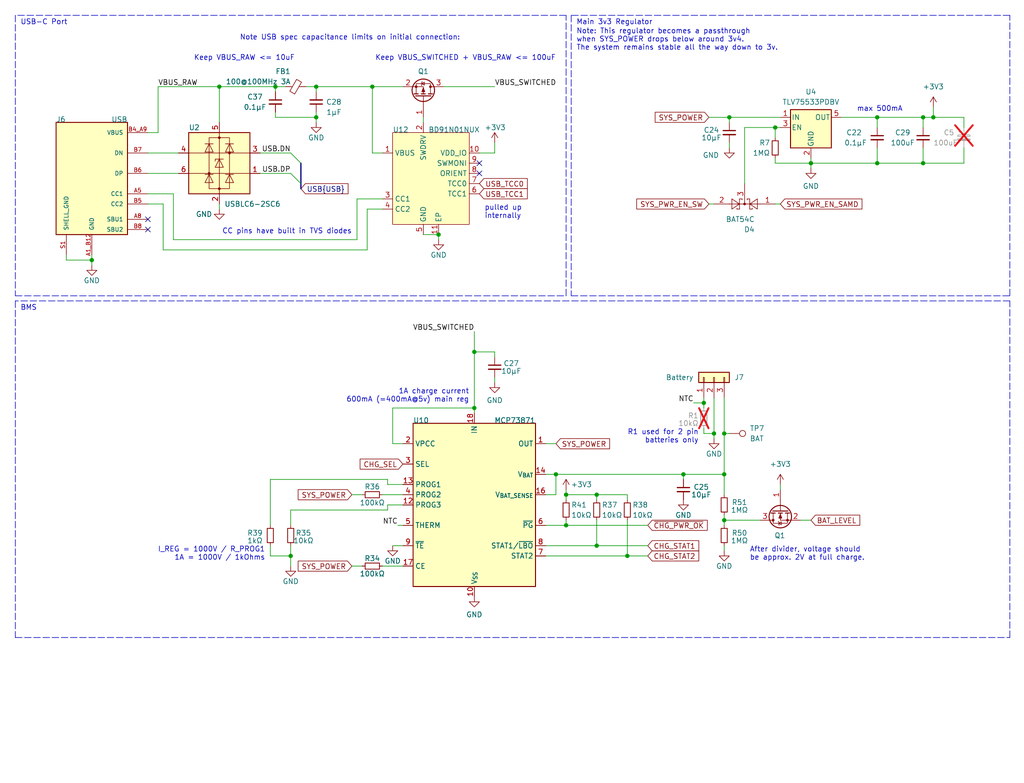
<source format=kicad_sch>
(kicad_sch (version 20230121) (generator eeschema)
  (paper "User" 254.991 194.996)
  (title_block (title "TANGARA") (date "2023-12-21") (rev "4") (company "made by jacqueline") (comment 1 "SPDX-License-Identifier: CERN-OHL-S-2.0"))
  (lib_symbols
    (symbol "Battery_Management:MCP73871"
      (property "Reference" "U" (at -7.62 24.13 0))
      (property "Value" "MCP73871" (at -15.24 21.59 0))
      (symbol "MCP73871_0_1"
        (rectangle (start -15.24 20.32) (end 15.24 -20.32) (stroke (width 0.254)) (fill (type background)))
      )
      (symbol "MCP73871_1_1"
        (pin power_out line (at 17.78 15.24 180) (length 2.54) (name "OUT") (number "1"))
        (pin power_in line (at 0 -22.86 90) (length 2.54) (name "V_{SS}") (number "10"))
        (pin passive line (at 0 -22.86 90) (length 2.54) hide (name "V_{SS}") (number "11"))
        (pin bidirectional line (at -17.78 0 0) (length 2.54) (name "PROG3") (number "12"))
        (pin bidirectional line (at -17.78 5.08 0) (length 2.54) (name "PROG1") (number "13"))
        (pin power_out line (at 17.78 7.62 180) (length 2.54) (name "V_{BAT}") (number "14"))
        (pin passive line (at 17.78 7.62 180) (length 2.54) hide (name "V_{BAT}") (number "15"))
        (pin input line (at 17.78 2.54 180) (length 2.54) (name "V_{BAT_SENSE}") (number "16"))
        (pin input line (at -17.78 -15.24 0) (length 2.54) (name "CE") (number "17"))
        (pin power_in line (at 0 22.86 270) (length 2.54) (name "IN") (number "18"))
        (pin passive line (at 0 22.86 270) (length 2.54) hide (name "IN") (number "19"))
        (pin input line (at -17.78 15.24 0) (length 2.54) (name "VPCC") (number "2"))
        (pin passive line (at 17.78 15.24 180) (length 2.54) hide (name "OUT") (number "20"))
        (pin passive line (at 0 -22.86 90) (length 2.54) hide (name "V_{SS}") (number "21"))
        (pin input line (at -17.78 10.16 0) (length 2.54) (name "SEL") (number "3"))
        (pin input line (at -17.78 2.54 0) (length 2.54) (name "PROG2") (number "4"))
        (pin bidirectional line (at -17.78 -5.08 0) (length 2.54) (name "THERM") (number "5"))
        (pin open_collector line (at 17.78 -5.08 180) (length 2.54) (name "~{PG}") (number "6"))
        (pin open_collector line (at 17.78 -12.7 180) (length 2.54) (name "STAT2") (number "7"))
        (pin open_collector line (at 17.78 -10.16 180) (length 2.54) (name "STAT1/~{LBO}") (number "8"))
        (pin input line (at -17.78 -10.16 0) (length 2.54) (name "~{TE}") (number "9"))
      )
    )
    (symbol "Connector:TestPoint" (pin_numbers hide) (pin_names (offset 0.762) hide)
      (property "Reference" "TP" (at 0 6.858 0))
      (property "Value" "TestPoint" (at 0 5.08 0))
      (symbol "TestPoint_0_1"
        (circle (center 0 3.302) (radius 0.762))
      )
      (symbol "TestPoint_1_1"
        (pin passive line (at 0 0 90) (length 2.54) (name "1") (number "1"))
      )
    )
    (symbol "Connector_Generic:Conn_01x03" (pin_names (offset 1.016) hide)
      (property "Reference" "J" (at 0 5.08 0))
      (property "Value" "Conn_01x03" (at 0 -5.08 0))
      (symbol "Conn_01x03_1_1"
        (rectangle (start -1.27 -2.413) (end 0 -2.667) (stroke (width 0.1524)))
        (rectangle (start -1.27 0.127) (end 0 -0.127) (stroke (width 0.1524)))
        (rectangle (start -1.27 2.667) (end 0 2.413) (stroke (width 0.1524)))
        (rectangle (start -1.27 3.81) (end 1.27 -3.81) (stroke (width 0.254)) (fill (type background)))
        (pin passive line (at -5.08 2.54 0) (length 3.81) (name "Pin_1") (number "1"))
        (pin passive line (at -5.08 0 0) (length 3.81) (name "Pin_2") (number "2"))
        (pin passive line (at -5.08 -2.54 0) (length 3.81) (name "Pin_3") (number "3"))
      )
    )
    (symbol "Device:C_Polarized_Small" (pin_numbers hide) (pin_names (offset 0.254) hide)
      (property "Reference" "C" (at 0.254 1.778 0))
      (property "Value" "C_Polarized_Small" (at 0.254 -2.032 0))
      (symbol "C_Polarized_Small_0_1"
        (rectangle (start -1.524 -0.3048) (end 1.524 -0.6858) (fill (type outline)))
        (rectangle (start -1.524 0.6858) (end 1.524 0.3048))
        (polyline (pts (xy -1.27 1.524) (xy -0.762 1.524)))
        (polyline (pts (xy -1.016 1.27) (xy -1.016 1.778)))
      )
      (symbol "C_Polarized_Small_1_1"
        (pin passive line (at 0 2.54 270) (length 1.8542) (name "~") (number "1"))
        (pin passive line (at 0 -2.54 90) (length 1.8542) (name "~") (number "2"))
      )
    )
    (symbol "Device:C_Small" (pin_numbers hide) (pin_names (offset 0.254) hide)
      (property "Reference" "C" (at 0.254 1.778 0))
      (property "Value" "C_Small" (at 0.254 -2.032 0))
      (symbol "C_Small_0_1"
        (polyline (pts (xy -1.524 -0.508) (xy 1.524 -0.508)) (stroke (width 0.3302)))
        (polyline (pts (xy -1.524 0.508) (xy 1.524 0.508)) (stroke (width 0.3048)))
      )
      (symbol "C_Small_1_1"
        (pin passive line (at 0 2.54 270) (length 2.032) (name "~") (number "1"))
        (pin passive line (at 0 -2.54 90) (length 2.032) (name "~") (number "2"))
      )
    )
    (symbol "Device:Ferrite_Bead_Small" (pin_numbers hide) (pin_names (offset 0))
      (property "Reference" "FB" (at 1.905 1.27 0))
      (property "Value" "Device_Ferrite_Bead_Small" (at 1.905 -1.27 0))
      (symbol "Ferrite_Bead_Small_0_1"
        (polyline (pts (xy 0 -1.27) (xy 0 -0.7874)))
        (polyline (pts (xy 0 0.889) (xy 0 1.2954)))
        (polyline (pts (xy -1.8288 0.2794) (xy -1.1176 1.4986) (xy 1.8288 -0.2032) (xy 1.1176 -1.4224) (xy -1.8288 0.2794)))
      )
      (symbol "Ferrite_Bead_Small_1_1"
        (pin passive line (at 0 2.54 270) (length 1.27) (name "~") (number "1"))
        (pin passive line (at 0 -2.54 90) (length 1.27) (name "~") (number "2"))
      )
    )
    (symbol "Device:Q_NMOS_GSD" (pin_names (offset 0) hide)
      (property "Reference" "Q" (at 5.08 1.27 0))
      (property "Value" "Q_NMOS_GSD" (at 5.08 -1.27 0))
      (symbol "Q_NMOS_GSD_0_1"
        (polyline (pts (xy 0.254 0) (xy -2.54 0)))
        (polyline (pts (xy 0.254 1.905) (xy 0.254 -1.905)) (stroke (width 0.254)))
        (polyline (pts (xy 0.762 -1.27) (xy 0.762 -2.286)) (stroke (width 0.254)))
        (polyline (pts (xy 0.762 0.508) (xy 0.762 -0.508)) (stroke (width 0.254)))
        (polyline (pts (xy 0.762 2.286) (xy 0.762 1.27)) (stroke (width 0.254)))
        (polyline (pts (xy 2.54 2.54) (xy 2.54 1.778)))
        (polyline (pts (xy 2.54 -2.54) (xy 2.54 0) (xy 0.762 0)))
        (polyline (pts (xy 0.762 -1.778) (xy 3.302 -1.778) (xy 3.302 1.778) (xy 0.762 1.778)))
        (polyline (pts (xy 1.016 0) (xy 2.032 0.381) (xy 2.032 -0.381) (xy 1.016 0)) (fill (type outline)))
        (polyline (pts (xy 2.794 0.508) (xy 2.921 0.381) (xy 3.683 0.381) (xy 3.81 0.254)))
        (polyline (pts (xy 3.302 0.381) (xy 2.921 -0.254) (xy 3.683 -0.254) (xy 3.302 0.381)))
        (circle (center 1.651 0) (radius 2.794) (stroke (width 0.254)))
        (circle (center 2.54 -1.778) (radius 0.254) (fill (type outline)))
        (circle (center 2.54 1.778) (radius 0.254) (fill (type outline)))
      )
      (symbol "Q_NMOS_GSD_1_1"
        (pin input line (at -5.08 0 0) (length 2.54) (name "G") (number "1"))
        (pin passive line (at 2.54 -5.08 90) (length 2.54) (name "S") (number "2"))
        (pin passive line (at 2.54 5.08 270) (length 2.54) (name "D") (number "3"))
      )
    )
    (symbol "Device:Q_PMOS_GSD" (pin_names (offset 0) hide)
      (property "Reference" "Q" (at 5.08 1.27 0))
      (property "Value" "Q_PMOS_GSD" (at 5.08 -1.27 0))
      (symbol "Q_PMOS_GSD_0_1"
        (polyline (pts (xy 0.254 0) (xy -2.54 0)))
        (polyline (pts (xy 0.254 1.905) (xy 0.254 -1.905)) (stroke (width 0.254)))
        (polyline (pts (xy 0.762 -1.27) (xy 0.762 -2.286)) (stroke (width 0.254)))
        (polyline (pts (xy 0.762 0.508) (xy 0.762 -0.508)) (stroke (width 0.254)))
        (polyline (pts (xy 0.762 2.286) (xy 0.762 1.27)) (stroke (width 0.254)))
        (polyline (pts (xy 2.54 2.54) (xy 2.54 1.778)))
        (polyline (pts (xy 2.54 -2.54) (xy 2.54 0) (xy 0.762 0)))
        (polyline (pts (xy 0.762 1.778) (xy 3.302 1.778) (xy 3.302 -1.778) (xy 0.762 -1.778)))
        (polyline (pts (xy 2.286 0) (xy 1.27 0.381) (xy 1.27 -0.381) (xy 2.286 0)) (fill (type outline)))
        (polyline (pts (xy 2.794 -0.508) (xy 2.921 -0.381) (xy 3.683 -0.381) (xy 3.81 -0.254)))
        (polyline (pts (xy 3.302 -0.381) (xy 2.921 0.254) (xy 3.683 0.254) (xy 3.302 -0.381)))
        (circle (center 1.651 0) (radius 2.794) (stroke (width 0.254)))
        (circle (center 2.54 -1.778) (radius 0.254) (fill (type outline)))
        (circle (center 2.54 1.778) (radius 0.254) (fill (type outline)))
      )
      (symbol "Q_PMOS_GSD_1_1"
        (pin input line (at -5.08 0 0) (length 2.54) (name "G") (number "1"))
        (pin passive line (at 2.54 -5.08 90) (length 2.54) (name "S") (number "2"))
        (pin passive line (at 2.54 5.08 270) (length 2.54) (name "D") (number "3"))
      )
    )
    (symbol "Device:R_Small" (pin_numbers hide) (pin_names (offset 0.254) hide)
      (property "Reference" "R" (at 0.762 0.508 0))
      (property "Value" "R_Small" (at 0.762 -1.016 0))
      (symbol "R_Small_0_1"
        (rectangle (start -0.762 1.778) (end 0.762 -1.778) (stroke (width 0.2032)))
      )
      (symbol "R_Small_1_1"
        (pin passive line (at 0 2.54 270) (length 0.762) (name "~") (number "1"))
        (pin passive line (at 0 -2.54 90) (length 0.762) (name "~") (number "2"))
      )
    )
    (symbol "Diode:BAT54C" (pin_names (offset 1.016))
      (property "Reference" "D" (at 0.635 -3.81 0))
      (property "Value" "BAT54C" (at -6.35 3.175 0))
      (symbol "BAT54C_0_1"
        (polyline (pts (xy -1.905 0) (xy 1.905 0)))
        (polyline (pts (xy -1.905 1.27) (xy -1.905 1.016)))
        (polyline (pts (xy -1.27 -1.27) (xy -0.635 -1.27)))
        (polyline (pts (xy -1.27 0) (xy -3.81 0)))
        (polyline (pts (xy -1.27 1.27) (xy -1.905 1.27)))
        (polyline (pts (xy -1.27 1.27) (xy -1.27 -1.27)))
        (polyline (pts (xy -0.635 -1.27) (xy -0.635 -1.016)))
        (polyline (pts (xy 0.635 -1.27) (xy 0.635 -1.016)))
        (polyline (pts (xy 1.27 -1.27) (xy 0.635 -1.27)))
        (polyline (pts (xy 1.27 1.27) (xy 1.27 -1.27)))
        (polyline (pts (xy 1.27 1.27) (xy 1.905 1.27)))
        (polyline (pts (xy 1.905 1.27) (xy 1.905 1.016)))
        (polyline (pts (xy 3.81 0) (xy 1.27 0)))
        (polyline (pts (xy -3.175 -1.27) (xy -3.175 1.27) (xy -1.27 0) (xy -3.175 -1.27)))
        (polyline (pts (xy 3.175 -1.27) (xy 3.175 1.27) (xy 1.27 0) (xy 3.175 -1.27)))
        (circle (center 0 0) (radius 0.254) (fill (type outline)))
      )
      (symbol "BAT54C_1_1"
        (pin passive line (at -7.62 0 0) (length 3.81) (name "~") (number "1"))
        (pin passive line (at 7.62 0 180) (length 3.81) (name "~") (number "2"))
        (pin passive line (at 0 -5.08 90) (length 5.08) (name "~") (number "3"))
      )
    )
    (symbol "Power_Protection:USBLC6-2SC6" (pin_names hide)
      (property "Reference" "U2" (at -7.62 8.89 0))
      (property "Value" "USBLC6-2SC6" (at 1.27 -10.16 0))
      (symbol "USBLC6-2SC6_0_1"
        (rectangle (start -7.62 7.62) (end 7.62 -7.62) (stroke (width 0.254)) (fill (type background)))
        (circle (center -2.54 -2.54) (radius 0.254) (fill (type outline)))
        (rectangle (start -2.54 6.35) (end 2.54 -6.35))
        (circle (center 0 -6.35) (radius 0.254) (fill (type outline)))
        (polyline (pts (xy -7.62 -2.54) (xy 7.62 -2.54)))
        (polyline (pts (xy -1.524 -2.794) (xy -3.556 -2.794)))
        (polyline (pts (xy -1.524 4.826) (xy -3.556 4.826)))
        (polyline (pts (xy 0 -7.62) (xy 0 -6.35)))
        (polyline (pts (xy 0 -6.35) (xy 0 1.27)))
        (polyline (pts (xy 0 1.27) (xy 0 6.35)))
        (polyline (pts (xy 0 6.35) (xy 0 7.62)))
        (polyline (pts (xy 1.524 -2.794) (xy 3.556 -2.794)))
        (polyline (pts (xy 1.524 4.826) (xy 3.556 4.826)))
        (polyline (pts (xy 7.62 2.54) (xy -7.62 2.54)))
        (polyline (pts (xy -3.556 -4.826) (xy -1.524 -4.826) (xy -2.54 -2.794) (xy -3.556 -4.826)))
        (polyline (pts (xy -3.556 2.794) (xy -1.524 2.794) (xy -2.54 4.826) (xy -3.556 2.794)))
        (polyline (pts (xy -1.016 -1.016) (xy 1.016 -1.016) (xy 0 1.016) (xy -1.016 -1.016)))
        (polyline (pts (xy 1.016 1.016) (xy 0.762 1.016) (xy -1.016 1.016) (xy -1.016 0.508)))
        (polyline (pts (xy 3.556 -4.826) (xy 1.524 -4.826) (xy 2.54 -2.794) (xy 3.556 -4.826)))
        (polyline (pts (xy 3.556 2.794) (xy 1.524 2.794) (xy 2.54 4.826) (xy 3.556 2.794)))
        (circle (center 0 6.35) (radius 0.254) (fill (type outline)))
        (circle (center 2.54 2.54) (radius 0.254) (fill (type outline)))
      )
      (symbol "USBLC6-2SC6_1_1"
        (pin passive line (at 10.16 -2.54 180) (length 2.54) (name "I/O1") (number "1"))
        (pin passive line (at 0 -10.16 90) (length 2.54) (name "GND") (number "2"))
        (pin passive line (at 10.16 2.54 180) (length 2.54) (name "I/O2") (number "3"))
        (pin passive line (at -10.16 2.54 0) (length 2.54) (name "I/O2") (number "4"))
        (pin passive line (at 0 10.16 270) (length 2.54) (name "VBUS") (number "5"))
        (pin passive line (at -10.16 -2.54 0) (length 2.54) (name "I/O1") (number "6"))
      )
    )
    (symbol "Regulator_Linear:TLV75533PDBV" (pin_names (offset 0.254))
      (property "Reference" "U" (at -3.81 5.715 0))
      (property "Value" "TLV75533PDBV" (at 0 5.715 0))
      (symbol "TLV75533PDBV_0_1"
        (rectangle (start -5.08 4.445) (end 5.08 -5.08) (stroke (width 0.254)) (fill (type background)))
      )
      (symbol "TLV75533PDBV_1_1"
        (pin power_in line (at -7.62 2.54 0) (length 2.54) (name "IN") (number "1"))
        (pin power_in line (at 0 -7.62 90) (length 2.54) (name "GND") (number "2"))
        (pin input line (at -7.62 0 0) (length 2.54) (name "EN") (number "3"))
        (pin no_connect line (at 5.08 0 180) (length 2.54) hide (name "NC") (number "4"))
        (pin power_out line (at 7.62 2.54 180) (length 2.54) (name "OUT") (number "5"))
      )
    )
    (symbol "power:+3V3" (power) (pin_names (offset 0))
      (property "Value" "+3V3" (at 0 3.556 0))
      (symbol "+3V3_0_1"
        (polyline (pts (xy -0.762 1.27) (xy 0 2.54)))
        (polyline (pts (xy 0 0) (xy 0 2.54)))
        (polyline (pts (xy 0 2.54) (xy 0.762 1.27)))
      )
      (symbol "+3V3_1_1"
        (pin power_in line (at 0 0 90) (length 0) hide (name "+3V3") (number "1"))
      )
    )
    (symbol "power:GND" (power) (pin_names (offset 0))
      (property "Value" "GND" (at 0 -3.81 0))
      (symbol "GND_0_1"
        (polyline (pts (xy 0 0) (xy 0 -1.27) (xy 1.27 -1.27) (xy 0 -2.54) (xy -1.27 -1.27) (xy 0 -1.27)))
      )
      (symbol "GND_1_1"
        (pin power_in line (at 0 0 270) (length 0) hide (name "GND") (number "1"))
      )
    )
    (symbol "symbols:BD91N01NUX"
      (property "Reference" "U" (at 0 13.97 0))
      (property "Value" "BD91N01NUX" (at 5.08 16.51 0))
      (symbol "BD91N01NUX_0_1"
        (rectangle (start -12.7 12.7) (end 6.35 -10.16) (fill (type background)))
      )
      (symbol "BD91N01NUX_1_1"
        (pin power_in line (at -15.24 7.62 0) (length 2.54) (name "VBUS") (number "1"))
        (pin power_in line (at 8.89 7.62 180) (length 2.54) (name "VDD_IO") (number "10"))
        (pin power_in line (at -1.27 -12.7 90) (length 2.54) (name "EP") (number "11"))
        (pin output line (at -5.08 15.24 270) (length 2.54) (name "SWDRV") (number "2"))
        (pin input line (at -15.24 -3.81 0) (length 2.54) (name "CC1") (number "3"))
        (pin input line (at -15.24 -6.35 0) (length 2.54) (name "CC2") (number "4"))
        (pin power_in line (at -5.08 -12.7 90) (length 2.54) (name "GND") (number "5"))
        (pin output line (at 8.89 -2.54 180) (length 2.54) (name "TCC1") (number "6"))
        (pin output line (at 8.89 0 180) (length 2.54) (name "TCC0") (number "7"))
        (pin output line (at 8.89 2.54 180) (length 2.54) (name "ORIENT") (number "8"))
        (pin output line (at 8.89 5.08 180) (length 2.54) (name "SWMONI") (number "9"))
      )
    )
    (symbol "symbols:USB4510-03-1-A_REVA" (pin_names (offset 1.016))
      (property "Reference" "J" (at -12.7 16.002 0))
      (property "Value" "USB4510-03-1-A_REVA" (at -12.7 -18.542 0))
      (symbol "USB4510-03-1-A_REVA_0_0"
        (rectangle (start -5.08 15.24) (end 12.7 -12.7) (stroke (width 0.254)) (fill (type background)))
        (pin power_in line (at 3.81 -17.78 90) (length 5.08) (name "GND") (number "A1_B12"))
        (pin power_in line (at 17.78 12.7 180) (length 5.08) hide (name "VBUS") (number "A4_B9"))
        (pin bidirectional line (at 17.78 -2.54 180) (length 5.08) (name "CC1") (number "A5"))
        (pin bidirectional line (at 17.78 2.54 180) (length 5.08) hide (name "DP") (number "A6"))
        (pin bidirectional line (at 17.78 7.62 180) (length 5.08) hide (name "DN") (number "A7"))
        (pin bidirectional line (at 17.78 -8.89 180) (length 5.08) (name "SBU1") (number "A8"))
        (pin power_in line (at 3.81 -17.78 90) (length 5.08) hide (name "GND") (number "B1_A12"))
        (pin power_in line (at 17.78 12.7 180) (length 5.08) (name "VBUS") (number "B4_A9"))
        (pin bidirectional line (at 17.78 -5.08 180) (length 5.08) (name "CC2") (number "B5"))
        (pin bidirectional line (at 17.78 2.54 180) (length 5.08) (name "DP") (number "B6"))
        (pin bidirectional line (at 17.78 7.62 180) (length 5.08) (name "DN") (number "B7"))
        (pin bidirectional line (at 17.78 -11.43 180) (length 5.08) (name "SBU2") (number "B8"))
        (pin power_in line (at -2.54 -17.78 90) (length 5.08) (name "SHELL_GND") (number "S1"))
        (pin power_in line (at -2.54 -17.78 90) (length 5.08) hide (name "SHELL_GND") (number "S2"))
        (pin power_in line (at -2.54 -17.78 90) (length 5.08) hide (name "SHELL_GND") (number "S3"))
        (pin power_in line (at -2.54 -17.78 90) (length 5.08) hide (name "SHELL_GND") (number "S4"))
      )
    )
  )
  (junction (at 180.34 129.54))
  (junction (at 180.34 107.95))
  (junction (at 170.18 118.11))
  (junction (at 22.86 64.77))
  (junction (at 68.58 21.59))
  (junction (at 92.71 21.59))
  (junction (at 232.41 29.21))
  (junction (at 148.59 135.89))
  (junction (at 138.43 118.11))
  (junction (at 78.74 29.21))
  (junction (at 218.44 29.21))
  (junction (at 118.11 87.63))
  (junction (at 193.04 31.75))
  (junction (at 140.97 130.81))
  (junction (at 78.74 21.59))
  (junction (at 229.87 29.21))
  (junction (at 54.61 21.59))
  (junction (at 181.61 29.21))
  (junction (at 118.11 101.6))
  (junction (at 180.34 118.11))
  (junction (at 177.8 107.95))
  (junction (at 109.22 58.42))
  (junction (at 229.87 40.64))
  (junction (at 201.93 40.64))
  (junction (at 140.97 123.19))
  (junction (at 175.26 100.33))
  (junction (at 148.59 123.19))
  (junction (at 156.21 138.43))
  (junction (at 72.39 138.43))
  (junction (at 218.44 40.64))
  (no_connect (at 119.38 40.64))
  (no_connect (at 119.38 43.18))
  (no_connect (at 36.83 57.15))
  (no_connect (at 36.83 54.61))
  (bus_entry (at 72.39 38.1) (size 2.54 2.54))
  (bus_entry (at 72.39 43.18) (size 2.54 2.54))
  (wire (pts (xy 39.37 21.59) (xy 39.37 33.02)))
  (wire (pts (xy 92.71 21.59) (xy 92.71 38.1)))
  (wire (pts (xy 218.44 31.75) (xy 218.44 29.21)))
  (wire (pts (xy 88.9 59.69) (xy 88.9 49.53)))
  (wire (pts (xy 78.74 27.94) (xy 78.74 29.21)))
  (wire (pts (xy 87.63 140.97) (xy 90.17 140.97)))
  (wire (pts (xy 180.34 99.06) (xy 180.34 107.95)))
  (wire (pts (xy 78.74 29.21) (xy 78.74 30.48)))
  (wire (pts (xy 229.87 29.21) (xy 232.41 29.21)))
  (wire (pts (xy 64.77 43.18) (xy 72.39 43.18)))
  (wire (pts (xy 177.8 109.22) (xy 177.8 107.95)))
  (polyline (pts (xy 3.81 74.93) (xy 3.81 158.75)) (stroke (width 0) (type dash)))
  (polyline (pts (xy 251.46 3.81) (xy 142.24 3.81)) (stroke (width 0) (type dash)))
  (wire (pts (xy 201.93 40.64) (xy 218.44 40.64)))
  (wire (pts (xy 135.89 135.89) (xy 148.59 135.89)))
  (wire (pts (xy 97.79 101.6) (xy 118.11 101.6)))
  (wire (pts (xy 193.04 31.75) (xy 193.04 34.29)))
  (wire (pts (xy 229.87 36.83) (xy 229.87 40.64)))
  (wire (pts (xy 175.26 100.33) (xy 175.26 99.06)))
  (wire (pts (xy 97.79 110.49) (xy 97.79 101.6)))
  (wire (pts (xy 140.97 129.54) (xy 140.97 130.81)))
  (wire (pts (xy 96.52 119.38) (xy 96.52 120.65)))
  (wire (pts (xy 64.77 38.1) (xy 72.39 38.1)))
  (wire (pts (xy 72.39 138.43) (xy 72.39 140.97)))
  (wire (pts (xy 22.86 63.5) (xy 22.86 64.77)))
  (wire (pts (xy 88.9 49.53) (xy 95.25 49.53)))
  (wire (pts (xy 199.39 129.54) (xy 201.93 129.54)))
  (wire (pts (xy 100.33 110.49) (xy 97.79 110.49)))
  (wire (pts (xy 180.34 107.95) (xy 180.34 118.11)))
  (wire (pts (xy 193.04 31.75) (xy 194.31 31.75)))
  (wire (pts (xy 156.21 138.43) (xy 161.29 138.43)))
  (wire (pts (xy 78.74 29.21) (xy 68.58 29.21)))
  (wire (pts (xy 193.04 40.64) (xy 193.04 39.37)))
  (bus (pts (xy 74.93 45.72) (xy 74.93 46.99)))
  (wire (pts (xy 72.39 135.89) (xy 72.39 138.43)))
  (wire (pts (xy 68.58 27.94) (xy 68.58 29.21)))
  (wire (pts (xy 54.61 21.59) (xy 68.58 21.59)))
  (wire (pts (xy 36.83 48.26) (xy 43.18 48.26)))
  (wire (pts (xy 110.49 21.59) (xy 123.19 21.59)))
  (wire (pts (xy 92.71 21.59) (xy 100.33 21.59)))
  (wire (pts (xy 135.89 138.43) (xy 156.21 138.43)))
  (wire (pts (xy 91.44 62.23) (xy 91.44 52.07)))
  (wire (pts (xy 40.64 62.23) (xy 91.44 62.23)))
  (wire (pts (xy 181.61 29.21) (xy 194.31 29.21)))
  (wire (pts (xy 177.8 99.06) (xy 177.8 107.95)))
  (wire (pts (xy 240.03 29.21) (xy 240.03 31.75)))
  (wire (pts (xy 36.83 38.1) (xy 44.45 38.1)))
  (wire (pts (xy 209.55 29.21) (xy 218.44 29.21)))
  (wire (pts (xy 105.41 29.21) (xy 105.41 30.48)))
  (wire (pts (xy 175.26 101.6) (xy 175.26 100.33)))
  (wire (pts (xy 181.61 30.48) (xy 181.61 29.21)))
  (wire (pts (xy 140.97 123.19) (xy 148.59 123.19)))
  (polyline (pts (xy 3.81 3.81) (xy 3.81 73.66)) (stroke (width 0) (type dash)))
  (wire (pts (xy 119.38 38.1) (xy 123.19 38.1)))
  (wire (pts (xy 100.33 140.97) (xy 95.25 140.97)))
  (polyline (pts (xy 3.81 73.66) (xy 140.97 73.66)) (stroke (width 0) (type dash)))
  (wire (pts (xy 140.97 124.46) (xy 140.97 123.19)))
  (wire (pts (xy 172.72 100.33) (xy 175.26 100.33)))
  (wire (pts (xy 97.79 135.89) (xy 100.33 135.89)))
  (wire (pts (xy 185.42 31.75) (xy 193.04 31.75)))
  (wire (pts (xy 175.26 106.68) (xy 175.26 107.95)))
  (wire (pts (xy 68.58 21.59) (xy 68.58 22.86)))
  (wire (pts (xy 54.61 21.59) (xy 54.61 30.48)))
  (wire (pts (xy 180.34 135.89) (xy 180.34 137.16)))
  (wire (pts (xy 201.93 40.64) (xy 201.93 39.37)))
  (wire (pts (xy 180.34 118.11) (xy 180.34 123.19)))
  (wire (pts (xy 105.41 58.42) (xy 109.22 58.42)))
  (wire (pts (xy 78.74 22.86) (xy 78.74 21.59)))
  (wire (pts (xy 229.87 29.21) (xy 229.87 31.75)))
  (wire (pts (xy 194.31 50.8) (xy 193.04 50.8)))
  (wire (pts (xy 16.51 63.5) (xy 16.51 64.77)))
  (wire (pts (xy 96.52 127) (xy 72.39 127)))
  (wire (pts (xy 148.59 123.19) (xy 156.21 123.19)))
  (wire (pts (xy 78.74 21.59) (xy 76.2 21.59)))
  (wire (pts (xy 96.52 125.73) (xy 100.33 125.73)))
  (polyline (pts (xy 140.97 73.66) (xy 140.97 3.81)) (stroke (width 0) (type dash)))
  (wire (pts (xy 201.93 41.91) (xy 201.93 40.64)))
  (wire (pts (xy 175.26 107.95) (xy 177.8 107.95)))
  (polyline (pts (xy 3.81 158.75) (xy 251.46 158.75)) (stroke (width 0) (type dash)))
  (wire (pts (xy 140.97 121.92) (xy 140.97 123.19)))
  (polyline (pts (xy 251.46 73.66) (xy 251.46 3.81)) (stroke (width 0) (type dash)))
  (wire (pts (xy 36.83 50.8) (xy 40.64 50.8)))
  (wire (pts (xy 123.19 88.9) (xy 123.19 87.63)))
  (wire (pts (xy 36.83 33.02) (xy 39.37 33.02)))
  (wire (pts (xy 138.43 123.19) (xy 138.43 118.11)))
  (wire (pts (xy 148.59 124.46) (xy 148.59 123.19)))
  (wire (pts (xy 135.89 130.81) (xy 140.97 130.81)))
  (wire (pts (xy 72.39 127) (xy 72.39 130.81)))
  (wire (pts (xy 218.44 36.83) (xy 218.44 40.64)))
  (wire (pts (xy 95.25 123.19) (xy 100.33 123.19)))
  (wire (pts (xy 40.64 50.8) (xy 40.64 62.23)))
  (wire (pts (xy 218.44 29.21) (xy 229.87 29.21)))
  (polyline (pts (xy 142.24 73.66) (xy 251.46 73.66)) (stroke (width 0) (type dash)))
  (wire (pts (xy 123.19 38.1) (xy 123.19 35.56)))
  (wire (pts (xy 78.74 21.59) (xy 92.71 21.59)))
  (wire (pts (xy 181.61 35.56) (xy 181.61 36.83)))
  (wire (pts (xy 123.19 87.63) (xy 118.11 87.63)))
  (wire (pts (xy 118.11 101.6) (xy 118.11 102.87)))
  (wire (pts (xy 43.18 48.26) (xy 43.18 59.69)))
  (wire (pts (xy 170.18 118.11) (xy 180.34 118.11)))
  (wire (pts (xy 180.34 129.54) (xy 180.34 128.27)))
  (wire (pts (xy 232.41 26.67) (xy 232.41 29.21)))
  (wire (pts (xy 240.03 40.64) (xy 240.03 36.83)))
  (wire (pts (xy 176.53 29.21) (xy 181.61 29.21)))
  (wire (pts (xy 148.59 135.89) (xy 161.29 135.89)))
  (wire (pts (xy 135.89 123.19) (xy 138.43 123.19)))
  (wire (pts (xy 67.31 135.89) (xy 67.31 138.43)))
  (wire (pts (xy 232.41 29.21) (xy 240.03 29.21)))
  (wire (pts (xy 138.43 118.11) (xy 170.18 118.11)))
  (wire (pts (xy 180.34 129.54) (xy 189.23 129.54)))
  (wire (pts (xy 96.52 119.38) (xy 67.31 119.38)))
  (polyline (pts (xy 140.97 3.81) (xy 3.81 3.81)) (stroke (width 0) (type dash)))
  (wire (pts (xy 229.87 40.64) (xy 240.03 40.64)))
  (wire (pts (xy 180.34 130.81) (xy 180.34 129.54)))
  (wire (pts (xy 118.11 82.55) (xy 118.11 87.63)))
  (wire (pts (xy 123.19 93.98) (xy 123.19 95.25)))
  (wire (pts (xy 185.42 31.75) (xy 185.42 45.72)))
  (wire (pts (xy 180.34 107.95) (xy 181.61 107.95)))
  (polyline (pts (xy 142.24 3.81) (xy 142.24 73.66)) (stroke (width 0) (type dash)))
  (wire (pts (xy 36.83 43.18) (xy 44.45 43.18)))
  (wire (pts (xy 109.22 58.42) (xy 109.22 59.69)))
  (wire (pts (xy 148.59 129.54) (xy 148.59 135.89)))
  (wire (pts (xy 99.06 130.81) (xy 100.33 130.81)))
  (wire (pts (xy 135.89 110.49) (xy 138.43 110.49)))
  (wire (pts (xy 54.61 50.8) (xy 54.61 52.07)))
  (wire (pts (xy 96.52 127) (xy 96.52 125.73)))
  (wire (pts (xy 22.86 64.77) (xy 22.86 66.04)))
  (bus (pts (xy 74.93 40.64) (xy 74.93 45.72)))
  (polyline (pts (xy 251.46 158.75) (xy 251.46 74.93)) (stroke (width 0) (type dash)))
  (wire (pts (xy 16.51 64.77) (xy 22.86 64.77)))
  (wire (pts (xy 218.44 40.64) (xy 229.87 40.64)))
  (wire (pts (xy 96.52 120.65) (xy 100.33 120.65)))
  (wire (pts (xy 156.21 123.19) (xy 156.21 124.46)))
  (wire (pts (xy 68.58 21.59) (xy 71.12 21.59)))
  (wire (pts (xy 140.97 130.81) (xy 161.29 130.81)))
  (wire (pts (xy 87.63 123.19) (xy 90.17 123.19)))
  (wire (pts (xy 67.31 138.43) (xy 72.39 138.43)))
  (wire (pts (xy 170.18 118.11) (xy 170.18 119.38)))
  (wire (pts (xy 176.53 50.8) (xy 177.8 50.8)))
  (wire (pts (xy 156.21 129.54) (xy 156.21 138.43)))
  (wire (pts (xy 194.31 120.65) (xy 194.31 121.92)))
  (wire (pts (xy 39.37 21.59) (xy 54.61 21.59)))
  (wire (pts (xy 118.11 87.63) (xy 118.11 101.6)))
  (wire (pts (xy 193.04 40.64) (xy 201.93 40.64)))
  (wire (pts (xy 67.31 119.38) (xy 67.31 130.81)))
  (wire (pts (xy 91.44 52.07) (xy 95.25 52.07)))
  (wire (pts (xy 43.18 59.69) (xy 88.9 59.69)))
  (wire (pts (xy 95.25 38.1) (xy 92.71 38.1)))
  (polyline (pts (xy 251.46 74.93) (xy 3.81 74.93)) (stroke (width 0) (type dash)))
  (wire (pts (xy 135.89 118.11) (xy 138.43 118.11)))
  (text "USB-C Port" (at 5.08 6.35 0) (effects (font (size 1.27 1.27)) (justify left bottom)))
  (text "R1 used for 2 pin\nbatteries only" (at 173.99 110.49 0) (effects (font (size 1.27 1.27)) (justify right bottom)))
  (text "max 500mA" (at 213.36 27.94 0) (effects (font (size 1.27 1.27)) (justify left bottom)))
  (text "1A charge current\n600mA (=400mA@5v) main reg" (at 116.84 100.33 0) (effects (font (size 1.27 1.27)) (justify right bottom)))
  (text "BMS" (at 5.08 77.47 0) (effects (font (size 1.27 1.27)) (justify left bottom)))
  (text "pulled up\ninternally" (at 120.65 54.61 0) (effects (font (size 1.27 1.27)) (justify left bottom)))
  (text "CC pins have built in TVS diodes" (at 87.63 58.42 0) (effects (font (size 1.27 1.27)) (justify right bottom)))
  (text "After divider, voltage should\nbe approx. 2V at full charge." (at 186.69 139.7 0) (effects (font (size 1.27 1.27)) (justify left bottom)))
  (text "I_REG = 1000V / R_PROG1\n1A = 1000V / 1kOhms" (at 66.04 139.7 0) (effects (font (size 1.27 1.27)) (justify right bottom)))
  (text "Keep VBUS_RAW <= 10uF" (at 48.26 15.24 0) (effects (font (size 1.27 1.27)) (justify left bottom)))
  (text "Keep VBUS_SWITCHED + VBUS_RAW <= 100uF" (at 138.43 15.24 0) (effects (font (size 1.27 1.27)) (justify right bottom)))
  (text "Note: This regulator becomes a passthrough\nwhen SYS_POWER drops below around 3v4.\nThe system remains stable all the way down to 3v." (at 143.51 12.7 0) (effects (font (size 1.27 1.27)) (justify left bottom)))
  (text "Main 3v3 Regulator" (at 143.51 6.35 0) (effects (font (size 1.27 1.27)) (justify left bottom)))
  (text "Note USB spec capacitance limits on initial connection:" (at 59.69 10.16 0) (effects (font (size 1.27 1.27)) (justify left bottom)))
  (label "NTC" (at 99.06 130.81 180))
  (label "VBUS_RAW" (at 39.37 21.59 0))
  (label "USB.DP" (at 72.39 43.18 180))
  (label "VBUS_SWITCHED" (at 123.19 21.59 0))
  (label "NTC" (at 172.72 100.33 180))
  (label "USB.DN" (at 72.39 38.1 180))
  (label "VBUS_SWITCHED" (at 118.11 82.55 180))
  (global_label "~{CHG_PWR_OK}" (shape input) (at 161.29 130.81 0) (property "Intersheetrefs" "${INTERSHEET_REFS}" (effects hide)))
  (global_label "SYS_POWER" (shape input) (at 176.53 29.21 180) (property "Intersheetrefs" "${INTERSHEET_REFS}" (effects hide)))
  (global_label "SYS_PWR_EN_SAMD" (shape input) (at 194.31 50.8 0) (property "Intersheetrefs" "${INTERSHEET_REFS}" (effects hide)))
  (global_label "SYS_POWER" (shape input) (at 87.63 140.97 180) (property "Intersheetrefs" "${INTERSHEET_REFS}" (effects hide)))
  (global_label "CHG_STAT2" (shape input) (at 161.29 138.43 0) (property "Intersheetrefs" "${INTERSHEET_REFS}" (effects hide)))
  (global_label "USB_TCC0" (shape input) (at 119.38 45.72 0) (property "Intersheetrefs" "${INTERSHEET_REFS}" (effects hide)))
  (global_label "SYS_POWER" (shape input) (at 87.63 123.19 180) (property "Intersheetrefs" "${INTERSHEET_REFS}" (effects hide)))
  (global_label "USB_TCC1" (shape input) (at 119.38 48.26 0) (property "Intersheetrefs" "${INTERSHEET_REFS}" (effects hide)))
  (global_label "SYS_PWR_EN_SW" (shape input) (at 176.53 50.8 180) (property "Intersheetrefs" "${INTERSHEET_REFS}" (effects hide)))
  (global_label "CHG_SEL" (shape input) (at 100.33 115.57 180) (property "Intersheetrefs" "${INTERSHEET_REFS}" (effects hide)))
  (global_label "CHG_STAT1" (shape input) (at 161.29 135.89 0) (property "Intersheetrefs" "${INTERSHEET_REFS}" (effects hide)))
  (global_label "BAT_LEVEL" (shape input) (at 201.93 129.54 0) (property "Intersheetrefs" "${INTERSHEET_REFS}" (effects hide)))
  (global_label "SYS_POWER" (shape input) (at 138.43 110.49 0) (property "Intersheetrefs" "${INTERSHEET_REFS}" (effects hide)))
  (global_label "USB{USB}" (shape input) (at 74.93 46.99 0) (property "Intersheetrefs" "${INTERSHEET_REFS}" (effects hide)))
  (symbol (lib_id "Device:R_Small") (at 180.34 133.35 0) (unit 1)
    (property "Reference" "R50" (at 184.15 132.715 0))
    (property "Value" "1MΩ" (at 184.15 134.62 0))
    (property "Footprint" "Resistor_SMD:R_0603_1608Metric" (effects hide))
    (property "MPN" "AC0603FR-131ML" (effects hide))
  )
  (symbol (lib_id "symbols:BD91N01NUX") (at 110.49 45.72 0) (unit 1)
    (property "Reference" "U12" (at 97.79 33.02 0) (effects (justify left bottom)))
    (property "Value" "BD91N01NUX" (at 106.68 33.02 0) (effects (justify left bottom)))
    (property "Footprint" "footprints:BD91N01NUX-E2" (effects hide))
    (property "MPN" "BD91N01NUX-E2" (effects hide))
  )
  (symbol (lib_id "Power_Protection:USBLC6-2SC6") (at 54.61 40.64 0) (unit 1)
    (property "Reference" "U2" (at 46.99 31.75 0) (effects (justify left)))
    (property "Value" "USBLC6-2SC6" (at 55.88 50.8 0) (effects (justify left)))
    (property "Footprint" "Package_TO_SOT_SMD:SOT-23-6" (effects hide))
    (property "Datasheet" "https://www.st.com/resource/en/datasheet/usblc6-2.pdf" (effects hide))
    (property "MPN" "USBLC6-2SC6" (effects hide))
  )
  (symbol (lib_id "power:GND") (at 78.74 30.48 0) (unit 1)
    (property "Reference" "#PWR0202" (effects hide))
    (property "Value" "GND" (at 78.74 34.29 0))
  )
  (symbol (lib_id "power:+3V3") (at 140.97 121.92 0) (unit 1)
    (property "Reference" "#PWR04" (effects hide))
    (property "Value" "+3V3" (at 144.78 120.65 0))
  )
  (symbol (lib_id "power:+3V3") (at 232.41 26.67 0) (unit 1)
    (property "Reference" "#PWR0217" (effects hide))
    (property "Value" "+3V3" (at 232.41 21.59 0))
  )
  (symbol (lib_id "Device:R_Small") (at 72.39 133.35 0) (unit 1)
    (property "Reference" "R35" (at 75.565 132.715 0))
    (property "Value" "10kΩ" (at 75.565 134.62 0))
    (property "Footprint" "Resistor_SMD:R_0603_1608Metric" (effects hide))
    (property "MPN" "AC0603JR-0710KL" (effects hide))
  )
  (symbol (lib_id "Device:C_Small") (at 181.61 33.02 0) (unit 1)
    (property "Reference" "C24" (at 177.165 32.385 0))
    (property "Value" "10μF" (at 177.165 34.29 0))
    (property "Footprint" "Capacitor_SMD:C_0805_2012Metric" (effects hide))
    (property "MPN" "GRM21BR61C106KE15K" (effects hide))
  )
  (symbol (lib_id "Device:R_Small") (at 92.71 140.97 90) (unit 1)
    (property "Reference" "R34" (at 92.71 139.065 90))
    (property "Value" "100kΩ" (at 92.71 142.875 90))
    (property "Footprint" "Resistor_SMD:R_0603_1608Metric" (effects hide))
    (property "MPN" "RC0603JR-10100KL" (effects hide))
  )
  (symbol (lib_id "Device:Ferrite_Bead_Small") (at 73.66 21.59 90) (unit 1)
    (property "Reference" "FB1" (at 72.39 17.78 90) (effects (justify left)))
    (property "Value" "100@100MHz 3A" (at 72.39 20.32 90) (effects (justify left)))
    (property "Footprint" "Inductor_SMD:L_0603_1608Metric" (effects hide))
    (property "MPN" "BLM18KG101TN1D" (effects hide))
    (instances (project "tangara-mainboard" (path "" (reference "FB1") (unit 1))) (project "reform2-motherboard" (path "" (reference "FB17") (unit 1))))
  )
  (symbol (lib_id "power:GND") (at 177.8 109.22 0) (unit 1)
    (property "Reference" "#PWR0213" (effects hide))
    (property "Value" "GND" (at 177.8 113.03 0))
  )
  (symbol (lib_id "Device:C_Small") (at 170.18 121.92 0) (mirror y) (unit 1)
    (property "Reference" "C25" (at 174.625 121.285 0))
    (property "Value" "10μF" (at 174.625 123.19 0))
    (property "Footprint" "Capacitor_SMD:C_0805_2012Metric" (effects hide))
    (property "MPN" "GRM21BR61C106KE15K" (effects hide))
  )
  (symbol (lib_id "Battery_Management:MCP73871") (at 118.11 125.73 0) (unit 1)
    (property "Reference" "U10" (at 102.87 105.41 0) (effects (justify left bottom)))
    (property "Value" "MCP73871" (at 133.35 105.41 0) (effects (justify right bottom)))
    (property "Footprint" "footprints:QFN-20-1EP_4x4mm_P0.5mm_EP2.5x2.5mm_ThermalVias2" (effects hide))
    (property "Datasheet" "http://www.mouser.com/ds/2/268/22090a-52174.pdf" (effects hide))
    (property "MPN" "MCP73871-2CCI/ML" (effects hide))
  )
  (symbol (lib_id "power:GND") (at 54.61 52.07 0) (unit 1)
    (property "Reference" "#PWR0203" (effects hide))
    (property "Value" "GND" (at 50.8 53.34 0))
  )
  (symbol (lib_id "power:GND") (at 22.86 66.04 0) (unit 1)
    (property "Reference" "#PWR0201" (effects hide))
    (property "Value" "GND" (at 22.86 69.85 0))
  )
  (symbol (lib_id "power:GND") (at 97.79 135.89 0) (unit 1)
    (property "Reference" "#PWR0208" (effects hide))
    (property "Value" "GND" (at 97.79 139.7 0))
  )
  (symbol (lib_id "Device:R_Small") (at 180.34 125.73 0) (unit 1)
    (property "Reference" "R51" (at 184.15 125.095 0))
    (property "Value" "1MΩ" (at 184.15 127 0))
    (property "Footprint" "Resistor_SMD:R_0603_1608Metric" (effects hide))
    (property "MPN" "AC0603FR-131ML" (effects hide))
  )
  (symbol (lib_id "Device:R_Small") (at 193.04 36.83 180) (unit 1)
    (property "Reference" "R7" (at 191.77 35.56 0) (effects (justify left)))
    (property "Value" "1MΩ" (at 191.77 38.1 0) (effects (justify left)))
    (property "Footprint" "Resistor_SMD:R_0603_1608Metric" (effects hide))
    (property "MPN" "AC0603FR-131ML" (effects hide))
  )
  (symbol (lib_id "Device:R_Small") (at 67.31 133.35 0) (mirror y) (unit 1)
    (property "Reference" "R39" (at 63.5 132.715 0))
    (property "Value" "1kΩ" (at 63.5 134.62 0))
    (property "Footprint" "Resistor_SMD:R_0603_1608Metric" (effects hide))
    (property "MPN" "ERJ-3RBD1001V" (effects hide))
  )
  (symbol (lib_id "Device:C_Small") (at 123.19 91.44 0) (mirror y) (unit 1)
    (property "Reference" "C27" (at 127.3175 90.4875 0))
    (property "Value" "10μF" (at 127.3175 92.3925 0))
    (property "Footprint" "Capacitor_SMD:C_0805_2012Metric" (effects hide))
    (property "MPN" "GRM21BR61C106KE15K" (effects hide))
  )
  (symbol (lib_id "Device:R_Small") (at 92.71 123.19 90) (unit 1)
    (property "Reference" "R36" (at 92.71 121.92 90) (effects (justify top)))
    (property "Value" "100kΩ" (at 92.71 124.46 90) (effects (justify bottom)))
    (property "Footprint" "Resistor_SMD:R_0603_1608Metric" (effects hide))
    (property "MPN" "RC0603JR-10100KL" (effects hide))
  )
  (symbol (lib_id "Connector:TestPoint") (at 181.61 107.95 270) (mirror x) (unit 1)
    (property "Reference" "TP7" (at 186.69 106.68 90) (effects (justify left)))
    (property "Value" "BAT" (at 186.69 109.22 90) (effects (justify left)))
    (property "Footprint" "TestPoint:TestPoint_Pad_D1.0mm" (effects hide))
  )
  (symbol (lib_id "Regulator_Linear:TLV75533PDBV") (at 201.93 31.75 0) (unit 1)
    (property "Reference" "U4" (at 201.93 22.86 0))
    (property "Value" "TLV75533PDBV" (at 201.93 25.4 0))
    (property "Footprint" "Package_TO_SOT_SMD:SOT-23-5" (effects hide))
    (property "Datasheet" "http://www.ti.com/lit/ds/symlink/tlv755p.pdf" (effects hide))
    (property "MPN" "TLV75533PDBVR" (effects hide))
  )
  (symbol (lib_id "Device:C_Small") (at 218.44 34.29 0) (mirror y) (unit 1)
    (property "Reference" "C22" (at 214.63 33.02 0) (effects (justify left)))
    (property "Value" "0.1μF" (at 215.9 35.5662 0) (effects (justify left)))
    (property "Footprint" "Capacitor_SMD:C_0603_1608Metric" (effects hide))
    (property "MPN" "GCM188R71C104KA37J" (effects hide))
  )
  (symbol (lib_id "power:+3V3") (at 123.19 35.56 0) (unit 1)
    (property "Reference" "#PWR0205" (effects hide))
    (property "Value" "+3V3" (at 120.65 31.75 0) (effects (justify left)))
  )
  (symbol (lib_id "power:GND") (at 109.22 59.69 0) (unit 1)
    (property "Reference" "#PWR0204" (effects hide))
    (property "Value" "GND" (at 109.22 63.5 0))
  )
  (symbol (lib_id "power:GND") (at 181.61 36.83 0) (unit 1)
    (property "Reference" "#PWR029" (effects hide))
    (property "Value" "GND" (at 179.07 39.37 0) (effects (justify right bottom)))
  )
  (symbol (lib_id "Device:Q_PMOS_GSD") (at 105.41 24.13 270) (mirror x) (unit 1)
    (property "Reference" "Q1" (at 105.41 17.78 90))
    (property "Value" "PMV48XPA2R" (effects hide))
    (property "Footprint" "Package_TO_SOT_SMD:TSOT-23" (effects hide))
    (property "MPN" "PMV48XPA2R" (effects hide))
  )
  (symbol (lib_id "Device:R_Small") (at 148.59 127 0) (unit 1)
    (property "Reference" "R37" (at 149.86 125.73 0) (effects (justify left)))
    (property "Value" "10kΩ" (at 149.86 128.27 0) (effects (justify left)))
    (property "Footprint" "Resistor_SMD:R_0603_1608Metric" (effects hide))
    (property "MPN" "AC0603JR-0710KL" (effects hide))
  )
  (symbol (lib_id "power:GND") (at 72.39 140.97 0) (unit 1)
    (property "Reference" "#PWR0206" (effects hide))
    (property "Value" "GND" (at 72.39 144.78 0))
  )
  (symbol (lib_id "power:GND") (at 170.18 124.46 0) (mirror y) (unit 1)
    (property "Reference" "#PWR0211" (effects hide))
    (property "Value" "GND" (at 170.18 128.27 0))
  )
  (symbol (lib_id "Device:C_Polarized_Small") (at 240.03 34.29 0) (unit 1) (dnp yes)
    (property "Reference" "C5" (at 234.95 33.02 0) (effects (justify left)))
    (property "Value" "100uF" (at 232.41 35.56 0) (effects (justify left)))
    (property "Footprint" "Capacitor_Tantalum_SMD:CP_EIA-6032-28_Kemet-C" (effects hide))
    (property "MPN" "293D107X0010C2TE3 " (effects hide))
  )
  (symbol (lib_id "Device:C_Small") (at 68.58 25.4 0) (unit 1)
    (property "Reference" "C37" (at 63.5 24.13 0))
    (property "Value" "0.1μF" (at 63.5 26.67 0))
    (property "Footprint" "Capacitor_SMD:C_0603_1608Metric" (effects hide))
    (property "MPN" "GCM188R71C104KA37J" (effects hide))
    (instances (project "tangara-mainboard" (path "" (reference "C37") (unit 1))) (project "audio" (path "" (reference "C14") (unit 1))))
  )
  (symbol (lib_id "power:GND") (at 201.93 41.91 0) (unit 1)
    (property "Reference" "#PWR01" (effects hide))
    (property "Value" "GND" (at 201.93 46.355 0))
  )
  (symbol (lib_id "Device:R_Small") (at 175.26 104.14 0) (mirror y) (unit 1) (dnp yes)
    (property "Reference" "R1" (at 173.99 103.505 0) (effects (justify left)))
    (property "Value" "10kΩ" (at 173.99 105.41 0) (effects (justify left)))
    (property "Footprint" "Resistor_SMD:R_0603_1608Metric" (effects hide))
    (property "MPN" "AC0603JR-0710KL" (effects hide))
  )
  (symbol (lib_id "Device:C_Small") (at 78.74 25.4 180) (unit 1)
    (property "Reference" "C28" (at 85.09 25.4 0) (effects (justify left)))
    (property "Value" "1μF" (at 85.09 27.94 0) (effects (justify left)))
    (property "Footprint" "Capacitor_SMD:C_0805_2012Metric" (effects hide))
    (property "MPN" "GRM216R61C105KA88D" (effects hide))
  )
  (symbol (lib_id "power:+3V3") (at 194.31 120.65 0) (unit 1)
    (property "Reference" "#PWR026" (effects hide))
    (property "Value" "+3V3" (at 194.31 115.57 0))
  )
  (symbol (lib_id "Device:Q_NMOS_GSD") (at 194.31 127 90) (mirror x) (unit 1)
    (property "Reference" "Q1" (at 195.58 133.35 90) (effects (justify left)))
    (property "Value" "PJC138K" (effects hide))
    (property "Footprint" "Package_TO_SOT_SMD:SOT-323_SC-70" (effects hide))
    (property "MPN" "PJC138K_R1_00001" (effects hide))
    (instances (project "gay-ipod-faceplate" (path "" (reference "Q1") (unit 1))) (project "tangara-mainboard" (path "" (reference "Q2") (unit 1))))
  )
  (symbol (lib_id "Diode:BAT54C") (at 185.42 50.8 180) (unit 1)
    (property "Reference" "D4" (at 187.96 57.15 0) (effects (justify left)))
    (property "Value" "BAT54C" (at 187.96 54.61 0) (effects (justify left)))
    (property "Footprint" "Package_TO_SOT_SMD:SOT-23" (effects hide))
    (property "Datasheet" "http://www.diodes.com/_files/datasheets/ds11005.pdf" (effects hide))
    (property "MPN" "BAT54C" (effects hide))
  )
  (symbol (lib_id "Device:C_Small") (at 229.87 34.29 0) (unit 1)
    (property "Reference" "C29" (at 224.79 33.02 0))
    (property "Value" "100uF" (at 224.79 35.56 0))
    (property "Footprint" "Capacitor_SMD:C_1210_3225Metric" (effects hide))
    (property "MPN" "C1210C107M4PACTU" (effects hide))
  )
  (symbol (lib_id "power:GND") (at 180.34 137.16 0) (unit 1)
    (property "Reference" "#PWR0214" (effects hide))
    (property "Value" "GND" (at 180.34 140.97 0))
  )
  (symbol (lib_id "symbols:USB4510-03-1-A_REVA") (at 19.05 45.72 0) (unit 1)
    (property "Reference" "J6" (at 13.97 30.48 0) (effects (justify left bottom)))
    (property "Value" "USB" (at 31.75 30.48 0) (effects (justify right bottom)))
    (property "Footprint" "footprints:GCT_USB4510-03-1-A_REVA" (effects hide))
    (property "Datasheet" "https://www.usb.org/sites/default/files/documents/usb_type-c.zip" (effects hide))
    (property "MPN" "USB4510-03-1-A" (effects hide))
    (property "PARTREV" "A" (effects hide))
    (property "STANDARD" "Manufacturer Recommendations" (effects hide))
    (property "MAXIMUM_PACKAGE_HEIGHT" "2.46mm" (effects hide))
    (property "MANUFACTURER" "GCT" (effects hide))
  )
  (symbol (lib_id "power:GND") (at 118.11 148.59 0) (unit 1)
    (property "Reference" "#PWR0210" (effects hide))
    (property "Value" "GND" (at 118.11 153.035 0))
  )
  (symbol (lib_id "power:GND") (at 123.19 95.25 0) (mirror y) (unit 1)
    (property "Reference" "#PWR0209" (effects hide))
    (property "Value" "GND" (at 123.19 99.695 0))
  )
  (symbol (lib_id "Device:R_Small") (at 156.21 127 0) (unit 1)
    (property "Reference" "R38" (at 157.48 125.73 0) (effects (justify left)))
    (property "Value" "10kΩ" (at 157.48 128.27 0) (effects (justify left)))
    (property "Footprint" "Resistor_SMD:R_0603_1608Metric" (effects hide))
    (property "MPN" "AC0603JR-0710KL" (effects hide))
  )
  (symbol (lib_id "Device:R_Small") (at 140.97 127 0) (unit 1)
    (property "Reference" "R41" (at 142.24 125.73 0) (effects (justify left)))
    (property "Value" "10kΩ" (at 142.24 128.27 0) (effects (justify left)))
    (property "Footprint" "Resistor_SMD:R_0603_1608Metric" (effects hide))
    (property "MPN" "AC0603JR-0710KL" (effects hide))
  )
  (symbol (lib_id "Connector_Generic:Conn_01x03") (at 177.8 93.98 90) (unit 1)
    (property "Reference" "J7" (at 182.88 93.98 90) (effects (justify right)))
    (property "Value" "Battery" (at 172.72 93.98 90) (effects (justify left)))
    (property "Footprint" "Connector_JST:JST_PH_S3B-PH-K_1x03_P2.00mm_Horizontal" (effects hide))
    (property "MPN" "S3B-PH-K-S(LF)(SN)" (effects hide))
  )
)
</source>
